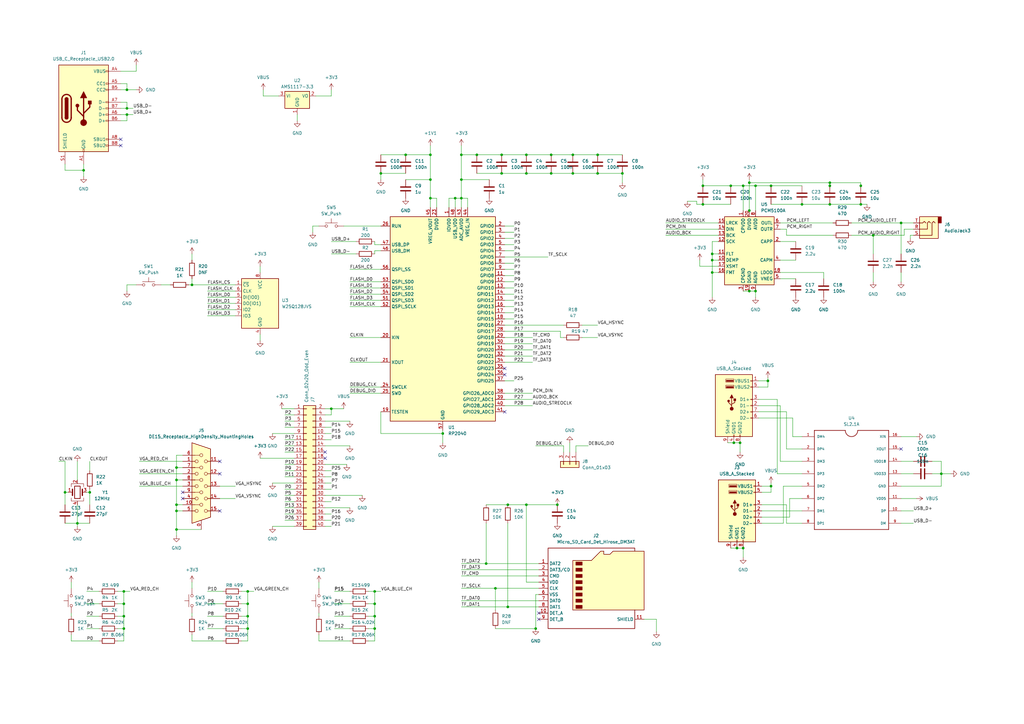
<source format=kicad_sch>
(kicad_sch (version 20230121) (generator eeschema)
  (paper "A3")
  (title_block (title "Radianite RP2040 Computer") (date "2023-09-13") (rev "1.0") (company "zeankun.dev") (comment 1 "(c) 2023 zeankun.dev"))
  (junction (at 303.53 181.61))
  (junction (at 288.29 76.2))
  (junction (at 195.58 63.5))
  (junction (at 205.74 63.5))
  (junction (at 199.39 231.14))
  (junction (at 299.72 76.2))
  (junction (at 314.96 156.21))
  (junction (at 208.28 248.92))
  (junction (at 234.95 63.5))
  (junction (at 328.93 83.82))
  (junction (at 50.8 247.65))
  (junction (at 340.36 74.93))
  (junction (at 36.83 201.93))
  (junction (at 189.23 73.66))
  (junction (at 292.1 106.68))
  (junction (at 307.34 119.38))
  (junction (at 52.07 44.45))
  (junction (at 101.6 247.65))
  (junction (at 101.6 257.81))
  (junction (at 186.69 81.28))
  (junction (at 245.11 71.12))
  (junction (at 292.1 111.76))
  (junction (at 176.53 73.66))
  (junction (at 101.6 242.57))
  (junction (at 153.67 247.65))
  (junction (at 176.53 63.5))
  (junction (at 153.67 242.57))
  (junction (at 72.39 191.77))
  (junction (at 72.39 196.85))
  (junction (at 181.61 177.8))
  (junction (at 316.23 76.2))
  (junction (at 153.67 252.73))
  (junction (at 316.23 199.39))
  (junction (at 72.39 217.17))
  (junction (at 353.06 83.82))
  (junction (at 72.39 207.01))
  (junction (at 52.07 46.99))
  (junction (at 135.89 167.64))
  (junction (at 78.74 116.84))
  (junction (at 50.8 257.81))
  (junction (at 215.9 71.12))
  (junction (at 307.34 74.93))
  (junction (at 208.28 207.01))
  (junction (at 189.23 81.28))
  (junction (at 203.2 241.3))
  (junction (at 369.57 91.44))
  (junction (at 101.6 252.73))
  (junction (at 72.39 209.55))
  (junction (at 353.06 76.2))
  (junction (at 219.71 257.81))
  (junction (at 304.8 224.79))
  (junction (at 307.34 86.36))
  (junction (at 358.14 96.52))
  (junction (at 340.36 83.82))
  (junction (at 156.21 71.12))
  (junction (at 215.9 63.5))
  (junction (at 31.75 214.63))
  (junction (at 52.07 36.83))
  (junction (at 215.9 207.01))
  (junction (at 26.67 201.93))
  (junction (at 34.29 69.85))
  (junction (at 292.1 104.14))
  (junction (at 50.8 252.73))
  (junction (at 309.88 119.38))
  (junction (at 166.37 63.5))
  (junction (at 386.08 194.31))
  (junction (at 288.29 83.82))
  (junction (at 226.06 71.12))
  (junction (at 245.11 63.5))
  (junction (at 302.26 224.79))
  (junction (at 226.06 63.5))
  (junction (at 228.6 207.01))
  (junction (at 50.8 242.57))
  (junction (at 309.88 76.2))
  (junction (at 205.74 71.12))
  (junction (at 304.8 76.2))
  (junction (at 300.99 181.61))
  (junction (at 255.27 71.12))
  (junction (at 234.95 71.12))
  (junction (at 153.67 257.81))
  (junction (at 340.36 76.2))
  (junction (at 189.23 63.5))
  (junction (at 176.53 81.28))
  (no_connect (at 49.53 59.69))
  (no_connect (at 90.17 189.23))
  (no_connect (at 220.98 254))
  (no_connect (at 220.98 251.46))
  (no_connect (at 207.01 151.13))
  (no_connect (at 49.53 57.15))
  (no_connect (at 133.35 187.96))
  (no_connect (at 207.01 168.91))
  (no_connect (at 74.93 204.47))
  (no_connect (at 90.17 194.31))
  (no_connect (at 207.01 153.67))
  (no_connect (at 133.35 185.42))
  (no_connect (at 90.17 209.55))
  (no_connect (at 369.57 184.15))
  (no_connect (at 74.93 201.93))
  (wire (pts (xy 205.74 63.5) (xy 215.9 63.5)))
  (wire (pts (xy 386.08 199.39) (xy 369.57 199.39)))
  (wire (pts (xy 57.15 189.23) (xy 74.93 189.23)))
  (wire (pts (xy 273.05 91.44) (xy 294.64 91.44)))
  (wire (pts (xy 309.88 119.38) (xy 309.88 121.92)))
  (wire (pts (xy 208.28 248.92) (xy 220.98 248.92)))
  (wire (pts (xy 48.26 252.73) (xy 50.8 252.73)))
  (wire (pts (xy 153.67 102.87) (xy 156.21 102.87)))
  (wire (pts (xy 176.53 59.69) (xy 176.53 63.5)))
  (wire (pts (xy 219.71 182.88) (xy 231.14 182.88)))
  (wire (pts (xy 349.25 91.44) (xy 369.57 91.44)))
  (wire (pts (xy 52.07 34.29) (xy 52.07 36.83)))
  (wire (pts (xy 205.74 71.12) (xy 215.9 71.12)))
  (wire (pts (xy 207.01 123.19) (xy 210.82 123.19)))
  (wire (pts (xy 304.8 76.2) (xy 309.88 76.2)))
  (wire (pts (xy 143.51 161.29) (xy 156.21 161.29)))
  (wire (pts (xy 29.21 260.35) (xy 29.21 262.89)))
  (wire (pts (xy 52.07 46.99) (xy 54.61 46.99)))
  (wire (pts (xy 318.77 194.31) (xy 328.93 194.31)))
  (wire (pts (xy 245.11 63.5) (xy 255.27 63.5)))
  (wire (pts (xy 219.71 243.84) (xy 220.98 243.84)))
  (wire (pts (xy 207.01 146.05) (xy 218.44 146.05)))
  (wire (pts (xy 314.96 158.75) (xy 311.15 158.75)))
  (wire (pts (xy 36.83 201.93) (xy 35.56 201.93)))
  (wire (pts (xy 207.01 163.83) (xy 218.44 163.83)))
  (wire (pts (xy 153.67 247.65) (xy 153.67 242.57)))
  (wire (pts (xy 207.01 92.71) (xy 210.82 92.71)))
  (wire (pts (xy 369.57 111.76) (xy 369.57 115.57)))
  (wire (pts (xy 299.72 224.79) (xy 302.26 224.79)))
  (wire (pts (xy 101.6 242.57) (xy 104.14 242.57)))
  (wire (pts (xy 191.77 85.09) (xy 191.77 81.28)))
  (wire (pts (xy 143.51 125.73) (xy 156.21 125.73)))
  (wire (pts (xy 292.1 111.76) (xy 294.64 111.76)))
  (wire (pts (xy 137.16 252.73) (xy 143.51 252.73)))
  (wire (pts (xy 373.38 97.79) (xy 373.38 96.52)))
  (wire (pts (xy 189.23 59.69) (xy 189.23 63.5)))
  (wire (pts (xy 208.28 207.01) (xy 215.9 207.01)))
  (wire (pts (xy 130.81 260.35) (xy 130.81 262.89)))
  (wire (pts (xy 133.35 208.28) (xy 143.51 208.28)))
  (wire (pts (xy 184.15 81.28) (xy 184.15 85.09)))
  (wire (pts (xy 133.35 198.12) (xy 135.89 198.12)))
  (wire (pts (xy 226.06 71.12) (xy 234.95 71.12)))
  (wire (pts (xy 238.76 138.43) (xy 245.11 138.43)))
  (wire (pts (xy 120.65 215.9) (xy 111.76 215.9)))
  (wire (pts (xy 72.39 217.17) (xy 72.39 219.71)))
  (wire (pts (xy 207.01 120.65) (xy 210.82 120.65)))
  (wire (pts (xy 140.97 92.71) (xy 156.21 92.71)))
  (wire (pts (xy 52.07 44.45) (xy 54.61 44.45)))
  (wire (pts (xy 369.57 204.47) (xy 375.92 204.47)))
  (wire (pts (xy 189.23 63.5) (xy 195.58 63.5)))
  (wire (pts (xy 101.6 262.89) (xy 101.6 257.81)))
  (wire (pts (xy 120.65 182.88) (xy 116.84 182.88)))
  (wire (pts (xy 153.67 100.33) (xy 153.67 99.06)))
  (wire (pts (xy 358.14 96.52) (xy 358.14 104.14)))
  (wire (pts (xy 236.22 182.88) (xy 236.22 185.42)))
  (wire (pts (xy 292.1 99.06) (xy 294.64 99.06)))
  (wire (pts (xy 207.01 161.29) (xy 218.44 161.29)))
  (wire (pts (xy 24.13 189.23) (xy 26.67 189.23)))
  (wire (pts (xy 288.29 73.66) (xy 288.29 76.2)))
  (wire (pts (xy 121.92 46.99) (xy 121.92 49.53)))
  (wire (pts (xy 292.1 104.14) (xy 292.1 99.06)))
  (wire (pts (xy 353.06 77.47) (xy 353.06 76.2)))
  (wire (pts (xy 245.11 71.12) (xy 255.27 71.12)))
  (wire (pts (xy 241.3 182.88) (xy 236.22 182.88)))
  (wire (pts (xy 151.13 257.81) (xy 153.67 257.81)))
  (wire (pts (xy 78.74 116.84) (xy 96.52 116.84)))
  (wire (pts (xy 135.89 39.37) (xy 129.54 39.37)))
  (wire (pts (xy 128.27 92.71) (xy 130.81 92.71)))
  (wire (pts (xy 57.15 199.39) (xy 74.93 199.39)))
  (wire (pts (xy 287.02 109.22) (xy 294.64 109.22)))
  (wire (pts (xy 179.07 85.09) (xy 179.07 81.28)))
  (wire (pts (xy 120.65 200.66) (xy 116.84 200.66)))
  (wire (pts (xy 234.95 71.12) (xy 245.11 71.12)))
  (wire (pts (xy 85.09 129.54) (xy 96.52 129.54)))
  (wire (pts (xy 36.83 200.66) (xy 36.83 201.93)))
  (wire (pts (xy 207.01 133.35) (xy 231.14 133.35)))
  (wire (pts (xy 107.95 36.83) (xy 107.95 39.37)))
  (wire (pts (xy 186.69 81.28) (xy 184.15 81.28)))
  (wire (pts (xy 307.34 119.38) (xy 309.88 119.38)))
  (wire (pts (xy 309.88 76.2) (xy 309.88 86.36)))
  (wire (pts (xy 78.74 238.76) (xy 78.74 241.3)))
  (wire (pts (xy 207.01 156.21) (xy 210.82 156.21)))
  (wire (pts (xy 120.65 185.42) (xy 116.84 185.42)))
  (wire (pts (xy 35.56 242.57) (xy 40.64 242.57)))
  (wire (pts (xy 321.31 214.63) (xy 321.31 199.39)))
  (wire (pts (xy 120.65 180.34) (xy 116.84 180.34)))
  (wire (pts (xy 311.15 171.45) (xy 325.12 171.45)))
  (wire (pts (xy 307.34 74.93) (xy 307.34 73.66)))
  (wire (pts (xy 153.67 262.89) (xy 153.67 257.81)))
  (wire (pts (xy 166.37 63.5) (xy 156.21 63.5)))
  (wire (pts (xy 320.04 114.3) (xy 326.39 114.3)))
  (wire (pts (xy 189.23 85.09) (xy 189.23 81.28)))
  (wire (pts (xy 321.31 199.39) (xy 328.93 199.39)))
  (wire (pts (xy 52.07 44.45) (xy 52.07 41.91)))
  (wire (pts (xy 143.51 138.43) (xy 156.21 138.43)))
  (wire (pts (xy 314.96 154.94) (xy 314.96 156.21)))
  (wire (pts (xy 304.8 86.36) (xy 304.8 76.2)))
  (wire (pts (xy 207.01 118.11) (xy 210.82 118.11)))
  (wire (pts (xy 120.65 193.04) (xy 116.84 193.04)))
  (wire (pts (xy 120.65 213.36) (xy 116.84 213.36)))
  (wire (pts (xy 137.16 247.65) (xy 143.51 247.65)))
  (wire (pts (xy 72.39 196.85) (xy 74.93 196.85)))
  (wire (pts (xy 120.65 195.58) (xy 116.84 195.58)))
  (wire (pts (xy 120.65 170.18) (xy 116.84 170.18)))
  (wire (pts (xy 203.2 257.81) (xy 219.71 257.81)))
  (wire (pts (xy 151.13 252.73) (xy 153.67 252.73)))
  (wire (pts (xy 386.08 194.31) (xy 386.08 199.39)))
  (wire (pts (xy 31.75 214.63) (xy 31.75 215.9)))
  (wire (pts (xy 49.53 44.45) (xy 52.07 44.45)))
  (wire (pts (xy 307.34 74.93) (xy 307.34 86.36)))
  (wire (pts (xy 133.35 213.36) (xy 135.89 213.36)))
  (wire (pts (xy 49.53 34.29) (xy 52.07 34.29)))
  (wire (pts (xy 189.23 236.22) (xy 220.98 236.22)))
  (wire (pts (xy 340.36 76.2) (xy 340.36 74.93)))
  (wire (pts (xy 130.81 251.46) (xy 130.81 252.73)))
  (wire (pts (xy 304.8 76.2) (xy 299.72 76.2)))
  (wire (pts (xy 101.6 247.65) (xy 101.6 242.57)))
  (wire (pts (xy 133.35 175.26) (xy 135.89 175.26)))
  (wire (pts (xy 304.8 224.79) (xy 304.8 228.6)))
  (wire (pts (xy 314.96 156.21) (xy 314.96 158.75)))
  (wire (pts (xy 49.53 49.53) (xy 52.07 49.53)))
  (wire (pts (xy 130.81 238.76) (xy 130.81 241.3)))
  (wire (pts (xy 207.01 115.57) (xy 210.82 115.57)))
  (wire (pts (xy 55.88 26.67) (xy 55.88 29.21)))
  (wire (pts (xy 66.04 116.84) (xy 69.85 116.84)))
  (wire (pts (xy 176.53 73.66) (xy 166.37 73.66)))
  (wire (pts (xy 341.63 96.52) (xy 322.58 96.52)))
  (wire (pts (xy 369.57 209.55) (xy 374.65 209.55)))
  (wire (pts (xy 358.14 96.52) (xy 370.84 96.52)))
  (wire (pts (xy 269.24 259.08) (xy 269.24 254)))
  (wire (pts (xy 49.53 36.83) (xy 52.07 36.83)))
  (wire (pts (xy 99.06 247.65) (xy 101.6 247.65)))
  (wire (pts (xy 353.06 76.2) (xy 353.06 74.93)))
  (wire (pts (xy 189.23 73.66) (xy 189.23 63.5)))
  (wire (pts (xy 312.42 209.55) (xy 328.93 209.55)))
  (wire (pts (xy 340.36 83.82) (xy 328.93 83.82)))
  (wire (pts (xy 307.34 87.63) (xy 307.34 86.36)))
  (wire (pts (xy 36.83 189.23) (xy 36.83 193.04)))
  (wire (pts (xy 133.35 203.2) (xy 148.59 203.2)))
  (wire (pts (xy 337.82 114.3) (xy 337.82 111.76)))
  (wire (pts (xy 233.68 181.61) (xy 233.68 185.42)))
  (wire (pts (xy 137.16 257.81) (xy 143.51 257.81)))
  (wire (pts (xy 72.39 207.01) (xy 72.39 209.55)))
  (wire (pts (xy 156.21 71.12) (xy 156.21 73.66)))
  (wire (pts (xy 31.75 207.01) (xy 31.75 214.63)))
  (wire (pts (xy 106.68 137.16) (xy 106.68 139.7)))
  (wire (pts (xy 208.28 214.63) (xy 208.28 248.92)))
  (wire (pts (xy 120.65 190.5) (xy 116.84 190.5)))
  (wire (pts (xy 299.72 76.2) (xy 288.29 76.2)))
  (wire (pts (xy 31.75 214.63) (xy 36.83 214.63)))
  (wire (pts (xy 358.14 111.76) (xy 358.14 115.57)))
  (wire (pts (xy 101.6 252.73) (xy 101.6 247.65)))
  (wire (pts (xy 50.8 247.65) (xy 50.8 242.57)))
  (wire (pts (xy 229.87 138.43) (xy 231.14 138.43)))
  (wire (pts (xy 143.51 120.65) (xy 156.21 120.65)))
  (wire (pts (xy 369.57 179.07) (xy 375.92 179.07)))
  (wire (pts (xy 220.98 238.76) (xy 215.9 238.76)))
  (wire (pts (xy 285.75 82.55) (xy 285.75 83.82)))
  (wire (pts (xy 120.65 205.74) (xy 116.84 205.74)))
  (wire (pts (xy 29.21 251.46) (xy 29.21 252.73)))
  (wire (pts (xy 133.35 205.74) (xy 135.89 205.74)))
  (wire (pts (xy 135.89 167.64) (xy 133.35 167.64)))
  (wire (pts (xy 189.23 81.28) (xy 189.23 73.66)))
  (wire (pts (xy 189.23 233.68) (xy 220.98 233.68)))
  (wire (pts (xy 156.21 168.91) (xy 156.21 177.8)))
  (wire (pts (xy 50.8 242.57) (xy 53.34 242.57)))
  (wire (pts (xy 369.57 189.23) (xy 374.65 189.23)))
  (wire (pts (xy 133.35 177.8) (xy 135.89 177.8)))
  (wire (pts (xy 120.65 175.26) (xy 116.84 175.26)))
  (wire (pts (xy 231.14 182.88) (xy 231.14 185.42)))
  (wire (pts (xy 143.51 148.59) (xy 156.21 148.59)))
  (wire (pts (xy 78.74 251.46) (xy 78.74 252.73)))
  (wire (pts (xy 322.58 207.01) (xy 322.58 214.63)))
  (wire (pts (xy 288.29 83.82) (xy 299.72 83.82)))
  (wire (pts (xy 238.76 133.35) (xy 245.11 133.35)))
  (wire (pts (xy 31.75 189.23) (xy 31.75 196.85)))
  (wire (pts (xy 74.93 186.69) (xy 72.39 186.69)))
  (wire (pts (xy 85.09 121.92) (xy 96.52 121.92)))
  (wire (pts (xy 140.97 167.64) (xy 135.89 167.64)))
  (wire (pts (xy 369.57 214.63) (xy 374.65 214.63)))
  (wire (pts (xy 120.65 177.8) (xy 111.76 177.8)))
  (wire (pts (xy 189.23 73.66) (xy 200.66 73.66)))
  (wire (pts (xy 382.27 194.31) (xy 386.08 194.31)))
  (wire (pts (xy 78.74 262.89) (xy 91.44 262.89)))
  (wire (pts (xy 99.06 257.81) (xy 101.6 257.81)))
  (wire (pts (xy 353.06 74.93) (xy 340.36 74.93)))
  (wire (pts (xy 320.04 91.44) (xy 341.63 91.44)))
  (wire (pts (xy 153.67 242.57) (xy 156.21 242.57)))
  (wire (pts (xy 207.01 130.81) (xy 210.82 130.81)))
  (wire (pts (xy 133.35 180.34) (xy 135.89 180.34)))
  (wire (pts (xy 285.75 83.82) (xy 288.29 83.82)))
  (wire (pts (xy 179.07 81.28) (xy 176.53 81.28)))
  (wire (pts (xy 107.95 39.37) (xy 114.3 39.37)))
  (wire (pts (xy 52.07 36.83) (xy 55.88 36.83)))
  (wire (pts (xy 311.15 168.91) (xy 322.58 168.91)))
  (wire (pts (xy 303.53 181.61) (xy 303.53 185.42)))
  (wire (pts (xy 151.13 262.89) (xy 153.67 262.89)))
  (wire (pts (xy 85.09 252.73) (xy 91.44 252.73)))
  (wire (pts (xy 207.01 102.87) (xy 210.82 102.87)))
  (wire (pts (xy 195.58 71.12) (xy 205.74 71.12)))
  (wire (pts (xy 153.67 104.14) (xy 153.67 102.87)))
  (wire (pts (xy 226.06 63.5) (xy 234.95 63.5)))
  (wire (pts (xy 176.53 73.66) (xy 176.53 63.5)))
  (wire (pts (xy 312.42 207.01) (xy 322.58 207.01)))
  (wire (pts (xy 26.67 201.93) (xy 27.94 201.93)))
  (wire (pts (xy 207.01 140.97) (xy 218.44 140.97)))
  (wire (pts (xy 307.34 74.93) (xy 340.36 74.93)))
  (wire (pts (xy 120.65 167.64) (xy 115.57 167.64)))
  (wire (pts (xy 337.82 111.76) (xy 320.04 111.76)))
  (wire (pts (xy 207.01 100.33) (xy 210.82 100.33)))
  (wire (pts (xy 101.6 257.81) (xy 101.6 252.73)))
  (wire (pts (xy 135.89 36.83) (xy 135.89 39.37)))
  (wire (pts (xy 35.56 257.81) (xy 40.64 257.81)))
  (wire (pts (xy 106.68 109.22) (xy 106.68 111.76)))
  (wire (pts (xy 143.51 158.75) (xy 156.21 158.75)))
  (wire (pts (xy 207.01 95.25) (xy 210.82 95.25)))
  (wire (pts (xy 207.01 148.59) (xy 218.44 148.59)))
  (wire (pts (xy 72.39 217.17) (xy 82.55 217.17)))
  (wire (pts (xy 199.39 207.01) (xy 208.28 207.01)))
  (wire (pts (xy 322.58 96.52) (xy 322.58 93.98)))
  (wire (pts (xy 369.57 91.44) (xy 369.57 104.14)))
  (wire (pts (xy 52.07 119.38) (xy 52.07 116.84)))
  (wire (pts (xy 156.21 177.8) (xy 181.61 177.8)))
  (wire (pts (xy 85.09 124.46) (xy 96.52 124.46)))
  (wire (pts (xy 120.65 187.96) (xy 106.68 187.96)))
  (wire (pts (xy 186.69 81.28) (xy 186.69 85.09)))
  (wire (pts (xy 316.23 76.2) (xy 328.93 76.2)))
  (wire (pts (xy 72.39 209.55) (xy 72.39 217.17)))
  (wire (pts (xy 137.16 242.57) (xy 143.51 242.57)))
  (wire (pts (xy 203.2 241.3) (xy 203.2 250.19)))
  (wire (pts (xy 133.35 193.04) (xy 135.89 193.04)))
  (wire (pts (xy 133.35 170.18) (xy 135.89 170.18)))
  (wire (pts (xy 151.13 247.65) (xy 153.67 247.65)))
  (wire (pts (xy 320.04 106.68) (xy 326.39 106.68)))
  (wire (pts (xy 143.51 110.49) (xy 156.21 110.49)))
  (wire (pts (xy 353.06 83.82) (xy 340.36 83.82)))
  (wire (pts (xy 26.67 189.23) (xy 26.67 201.93)))
  (wire (pts (xy 207.01 110.49) (xy 210.82 110.49)))
  (wire (pts (xy 35.56 247.65) (xy 40.64 247.65)))
  (wire (pts (xy 382.27 189.23) (xy 386.08 189.23)))
  (wire (pts (xy 207.01 105.41) (xy 224.79 105.41)))
  (wire (pts (xy 143.51 118.11) (xy 156.21 118.11)))
  (wire (pts (xy 318.77 163.83) (xy 318.77 194.31)))
  (wire (pts (xy 85.09 119.38) (xy 96.52 119.38)))
  (wire (pts (xy 135.89 170.18) (xy 135.89 167.64)))
  (wire (pts (xy 55.88 29.21) (xy 49.53 29.21)))
  (wire (pts (xy 312.42 212.09) (xy 323.85 212.09)))
  (wire (pts (xy 316.23 199.39) (xy 316.23 201.93)))
  (wire (pts (xy 207.01 138.43) (xy 218.44 138.43)))
  (wire (pts (xy 78.74 114.3) (xy 78.74 116.84)))
  (wire (pts (xy 90.17 199.39) (xy 96.52 199.39)))
  (wire (pts (xy 309.88 76.2) (xy 316.23 76.2)))
  (wire (pts (xy 50.8 252.73) (xy 50.8 247.65)))
  (wire (pts (xy 48.26 257.81) (xy 50.8 257.81)))
  (wire (pts (xy 311.15 163.83) (xy 318.77 163.83)))
  (wire (pts (xy 36.83 201.93) (xy 36.83 207.01)))
  (wire (pts (xy 386.08 189.23) (xy 386.08 194.31)))
  (wire (pts (xy 85.09 257.81) (xy 91.44 257.81)))
  (wire (pts (xy 52.07 41.91) (xy 49.53 41.91)))
  (wire (pts (xy 135.89 99.06) (xy 146.05 99.06)))
  (wire (pts (xy 287.02 106.68) (xy 287.02 109.22)))
  (wire (pts (xy 292.1 106.68) (xy 294.64 106.68)))
  (wire (pts (xy 48.26 242.57) (xy 50.8 242.57)))
  (wire (pts (xy 120.65 210.82) (xy 116.84 210.82)))
  (wire (pts (xy 207.01 125.73) (xy 210.82 125.73)))
  (wire (pts (xy 99.06 252.73) (xy 101.6 252.73)))
  (wire (pts (xy 322.58 184.15) (xy 328.93 184.15)))
  (wire (pts (xy 292.1 121.92) (xy 292.1 111.76)))
  (wire (pts (xy 328.93 83.82) (xy 316.23 83.82)))
  (wire (pts (xy 215.9 238.76) (xy 215.9 207.01)))
  (wire (pts (xy 153.67 257.81) (xy 153.67 252.73)))
  (wire (pts (xy 203.2 241.3) (xy 220.98 241.3)))
  (wire (pts (xy 199.39 231.14) (xy 220.98 231.14)))
  (wire (pts (xy 207.01 97.79) (xy 210.82 97.79)))
  (wire (pts (xy 234.95 63.5) (xy 245.11 63.5)))
  (wire (pts (xy 72.39 209.55) (xy 74.93 209.55)))
  (wire (pts (xy 176.53 63.5) (xy 166.37 63.5)))
  (wire (pts (xy 207.01 128.27) (xy 210.82 128.27)))
  (wire (pts (xy 207.01 135.89) (xy 229.87 135.89)))
  (wire (pts (xy 52.07 116.84) (xy 55.88 116.84)))
  (wire (pts (xy 207.01 143.51) (xy 218.44 143.51)))
  (wire (pts (xy 189.23 231.14) (xy 199.39 231.14)))
  (wire (pts (xy 143.51 115.57) (xy 156.21 115.57)))
  (wire (pts (xy 99.06 262.89) (xy 101.6 262.89)))
  (wire (pts (xy 189.23 241.3) (xy 203.2 241.3)))
  (wire (pts (xy 153.67 252.73) (xy 153.67 247.65)))
  (wire (pts (xy 72.39 196.85) (xy 72.39 207.01)))
  (wire (pts (xy 312.42 199.39) (xy 316.23 199.39)))
  (wire (pts (xy 133.35 200.66) (xy 135.89 200.66)))
  (wire (pts (xy 273.05 96.52) (xy 294.64 96.52)))
  (wire (pts (xy 292.1 111.76) (xy 292.1 106.68)))
  (wire (pts (xy 215.9 71.12) (xy 226.06 71.12)))
  (wire (pts (xy 29.21 238.76) (xy 29.21 241.3)))
  (wire (pts (xy 386.08 194.31) (xy 389.89 194.31)))
  (wire (pts (xy 143.51 123.19) (xy 156.21 123.19)))
  (wire (pts (xy 191.77 81.28) (xy 189.23 81.28)))
  (wire (pts (xy 195.58 63.5) (xy 205.74 63.5)))
  (wire (pts (xy 273.05 93.98) (xy 294.64 93.98)))
  (wire (pts (xy 215.9 207.01) (xy 228.6 207.01)))
  (wire (pts (xy 229.87 135.89) (xy 229.87 138.43)))
  (wire (pts (xy 292.1 104.14) (xy 294.64 104.14)))
  (wire (pts (xy 207.01 113.03) (xy 210.82 113.03)))
  (wire (pts (xy 29.21 262.89) (xy 40.64 262.89)))
  (wire (pts (xy 48.26 262.89) (xy 50.8 262.89)))
  (wire (pts (xy 312.42 214.63) (xy 321.31 214.63)))
  (wire (pts (xy 320.04 189.23) (xy 328.93 189.23)))
  (wire (pts (xy 35.56 252.73) (xy 40.64 252.73)))
  (wire (pts (xy 189.23 81.28) (xy 186.69 81.28)))
  (wire (pts (xy 72.39 186.69) (xy 72.39 191.77)))
  (wire (pts (xy 181.61 177.8) (xy 181.61 181.61)))
  (wire (pts (xy 322.58 168.91) (xy 322.58 184.15)))
  (wire (pts (xy 85.09 247.65) (xy 91.44 247.65)))
  (wire (pts (xy 48.26 247.65) (xy 50.8 247.65)))
  (wire (pts (xy 34.29 67.31) (xy 34.29 69.85)))
  (wire (pts (xy 369.57 91.44) (xy 374.65 91.44)))
  (wire (pts (xy 135.89 104.14) (xy 146.05 104.14)))
  (wire (pts (xy 323.85 212.09) (xy 323.85 204.47)))
  (wire (pts (xy 199.39 214.63) (xy 199.39 231.14)))
  (wire (pts (xy 133.35 210.82) (xy 135.89 210.82)))
  (wire (pts (xy 72.39 207.01) (xy 74.93 207.01)))
  (wire (pts (xy 215.9 63.5) (xy 226.06 63.5)))
  (wire (pts (xy 302.26 224.79) (xy 304.8 224.79)))
  (wire (pts (xy 99.06 242.57) (xy 101.6 242.57)))
  (wire (pts (xy 340.36 77.47) (xy 340.36 76.2)))
  (wire (pts (xy 370.84 96.52) (xy 370.84 93.98)))
  (wire (pts (xy 85.09 242.57) (xy 91.44 242.57)))
  (wire (pts (xy 316.23 198.12) (xy 316.23 199.39)))
  (wire (pts (xy 133.35 190.5) (xy 142.24 190.5)))
  (wire (pts (xy 78.74 260.35) (xy 78.74 262.89)))
  (wire (pts (xy 26.67 69.85) (xy 34.29 69.85)))
  (wire (pts (xy 255.27 71.12) (xy 255.27 74.93)))
  (wire (pts (xy 50.8 262.89) (xy 50.8 257.81)))
  (wire (pts (xy 370.84 93.98) (xy 374.65 93.98)))
  (wire (pts (xy 207.01 107.95) (xy 210.82 107.95)))
  (wire (pts (xy 181.61 176.53) (xy 181.61 177.8)))
  (wire (pts (xy 52.07 49.53) (xy 52.07 46.99)))
  (wire (pts (xy 26.67 201.93) (xy 26.67 207.01)))
  (wire (pts (xy 189.23 248.92) (xy 208.28 248.92)))
  (wire (pts (xy 316.23 201.93) (xy 312.42 201.93)))
  (wire (pts (xy 90.17 204.47) (xy 96.52 204.47)))
  (wire (pts (xy 26.67 67.31) (xy 26.67 69.85)))
  (wire (pts (xy 130.81 262.89) (xy 143.51 262.89)))
  (wire (pts (xy 373.38 96.52) (xy 374.65 96.52)))
  (wire (pts (xy 78.74 104.14) (xy 78.74 106.68)))
  (wire (pts (xy 120.65 203.2) (xy 116.84 203.2)))
  (wire (pts (xy 156.21 100.33) (xy 153.67 100.33)))
  (wire (pts (xy 49.53 46.99) (xy 52.07 46.99)))
  (wire (pts (xy 320.04 99.06) (xy 326.39 99.06)))
  (wire (pts (xy 219.71 257.81) (xy 219.71 243.84)))
  (wire (pts (xy 355.6 83.82) (xy 353.06 83.82)))
  (wire (pts (xy 156.21 71.12) (xy 166.37 71.12)))
  (wire (pts (xy 133.35 195.58) (xy 135.89 195.58)))
  (wire (pts (xy 72.39 191.77) (xy 74.93 191.77)))
  (wire (pts (xy 349.25 96.52) (xy 358.14 96.52)))
  (wire (pts (xy 369.57 194.31) (xy 374.65 194.31)))
  (wire (pts (xy 120.65 208.28) (xy 116.84 208.28)))
  (wire (pts (xy 207.01 166.37) (xy 218.44 166.37)))
  (wire (pts (xy 269.24 254) (xy 264.16 254)))
  (wire (pts (xy 133.35 215.9) (xy 135.89 215.9)))
  (wire (pts (xy 292.1 106.68) (xy 292.1 104.14)))
  (wire (pts (xy 304.8 119.38) (xy 307.34 119.38)))
  (wire (pts (xy 85.09 127) (xy 96.52 127)))
  (wire (pts (xy 298.45 181.61) (xy 300.99 181.61)))
  (wire (pts (xy 176.53 81.28) (xy 176.53 73.66)))
  (wire (pts (xy 189.23 246.38) (xy 220.98 246.38)))
  (wire (pts (xy 176.53 85.09) (xy 176.53 81.28)))
  (wire (pts (xy 323.85 204.47) (xy 328.93 204.47)))
  (wire (pts (xy 50.8 257.81) (xy 50.8 252.73)))
  (wire (pts (xy 325.12 179.07) (xy 328.93 179.07)))
  (wire (pts (xy 300.99 181.61) (xy 303.53 181.61)))
  (wire (pts (xy 133.35 182.88) (xy 143.51 182.88)))
  (wire (pts (xy 128.27 95.25) (xy 128.27 92.71)))
  (wire (pts (xy 34.29 69.85) (xy 34.29 72.39)))
  (wire (pts (xy 143.51 172.72) (xy 133.35 172.72)))
  (wire (pts (xy 120.65 198.12) (xy 111.76 198.12)))
  (wire (pts (xy 322.58 214.63) (xy 328.93 214.63)))
  (wire (pts (xy 26.67 214.63) (xy 31.75 214.63)))
  (wire (pts (xy 120.65 172.72) (xy 116.84 172.72)))
  (wire (pts (xy 311.15 156.21) (xy 314.96 156.21)))
  (wire (pts (xy 281.94 82.55) (xy 285.75 82.55)))
  (wire (pts (xy 320.04 93.98) (xy 322.58 93.98)))
  (wire (pts (xy 72.39 191.77) (xy 72.39 196.85)))
  (wire (pts (xy 325.12 171.45) (xy 325.12 179.07)))
  (wire (pts (xy 57.15 194.31) (xy 74.93 194.31)))
  (wire (pts (xy 151.13 242.57) (xy 153.67 242.57)))
  (wire (pts (xy 77.47 116.84) (xy 78.74 116.84)))
  (wire (pts (xy 311.15 166.37) (xy 320.04 166.37)))
  (wire (pts (xy 320.04 166.37) (xy 320.04 189.23)))
  (label "CLKIN" (at 24.13 189.23 0))
  (label "CLKOUT" (at 143.51 148.59 0))
  (label "P3" (at 116.84 172.72 0))
  (label "P25" (at 135.89 193.04 0))
  (label "P0" (at 116.84 200.66 0))
  (label "P21" (at 135.89 215.9 0))
  (label "P15" (at 135.89 177.8 0))
  (label "P13" (at 137.16 252.73 0))
  (label "P11" (at 137.16 262.89 0))
  (label "PCM_AUDIO_RIGHT" (at 351.79 96.52 0))
  (label "VGA_RED_CH" (at 53.34 242.57 0))
  (label "P18" (at 135.89 180.34 0))
  (label "P8" (at 210.82 113.03 0))
  (label "P10" (at 85.09 242.57 0))
  (label "P17" (at 116.84 180.34 0))
  (label "AUDIO_STREOCLK" (at 273.05 91.44 0))
  (label "P5" (at 210.82 105.41 0))
  (label "TF_DAT2" (at 189.23 231.14 0))
  (label "FLASH_D2" (at 143.51 120.65 0))
  (label "CLKIN" (at 143.51 138.43 0))
  (label "P15" (at 137.16 242.57 0))
  (label "VGA_GREEN_CH" (at 57.15 194.31 0))
  (label "TF_CMD" (at 218.44 138.43 0))
  (label "P1" (at 35.56 257.81 0))
  (label "P12" (at 210.82 123.19 0))
  (label "P2" (at 116.84 170.18 0))
  (label "AUDIO_STREOCLK" (at 218.44 166.37 0))
  (label "FLASH_D3" (at 143.51 123.19 0))
  (label "P7" (at 210.82 110.49 0))
  (label "DEBUG_DIO" (at 241.3 182.88 0))
  (label "P4" (at 35.56 242.57 0))
  (label "USB_D+" (at 135.89 99.06 0))
  (label "P27" (at 116.84 182.88 0))
  (label "CLKOUT" (at 36.83 189.23 0))
  (label "DEBUG_DIO" (at 143.51 161.29 0))
  (label "P15" (at 210.82 130.81 0))
  (label "P6" (at 116.84 205.74 0))
  (label "VGA_VSYNC" (at 96.52 204.47 0))
  (label "VGA_RED_CH" (at 57.15 189.23 0))
  (label "P19" (at 210.82 140.97 0))
  (label "P25" (at 210.82 156.21 0))
  (label "P2" (at 210.82 97.79 0))
  (label "VGA_VSYNC" (at 245.11 138.43 0))
  (label "P27" (at 210.82 163.83 0))
  (label "DEBUG_CLK" (at 143.51 158.75 0))
  (label "P0" (at 210.82 92.71 0))
  (label "USB_D-" (at 135.89 104.14 0))
  (label "TF_DAT0" (at 218.44 140.97 0))
  (label "P20" (at 135.89 213.36 0))
  (label "USB_D+" (at 374.65 209.55 0))
  (label "P14" (at 135.89 175.26 0))
  (label "VGA_HSYNC" (at 245.11 133.35 0))
  (label "P17" (at 210.82 135.89 0))
  (label "PCM_AUDIO_LEFT" (at 351.79 91.44 0))
  (label "PCM_DIN" (at 273.05 93.98 0))
  (label "P3" (at 210.82 100.33 0))
  (label "VGA_BLUE_CH" (at 156.21 242.57 0))
  (label "PCM_DIN" (at 218.44 161.29 0))
  (label "USB_D-" (at 54.61 44.45 0))
  (label "P12" (at 137.16 257.81 0))
  (label "P12" (at 135.89 205.74 0))
  (label "P11" (at 210.82 120.65 0))
  (label "FLASH_D0" (at 85.09 121.92 0))
  (label "P22" (at 210.82 148.59 0))
  (label "P6" (at 85.09 262.89 0))
  (label "TF_DAT1" (at 218.44 143.51 0))
  (label "TF_SCLK" (at 189.23 241.3 0))
  (label "FLASH_D2" (at 85.09 127 0))
  (label "P19" (at 116.84 210.82 0))
  (label "P4" (at 210.82 102.87 0))
  (label "P2" (at 35.56 252.73 0))
  (label "FLASH_D3" (at 85.09 129.54 0))
  (label "P14" (at 137.16 247.65 0))
  (label "P10" (at 210.82 118.11 0))
  (label "P26" (at 210.82 161.29 0))
  (label "FLASH_D1" (at 85.09 124.46 0))
  (label "TF_DAT3" (at 218.44 148.59 0))
  (label "P18" (at 210.82 138.43 0))
  (label "P3" (at 35.56 247.65 0))
  (label "FLASH_D0" (at 143.51 115.57 0))
  (label "TF_DAT3" (at 189.23 233.68 0))
  (label "USB_D+" (at 54.61 46.99 0))
  (label "FLASH_CS" (at 143.51 110.49 0))
  (label "P28" (at 210.82 166.37 0))
  (label "P10" (at 116.84 190.5 0))
  (label "P13" (at 210.82 125.73 0))
  (label "P21" (at 210.82 146.05 0))
  (label "P9" (at 210.82 115.57 0))
  (label "P26" (at 116.84 213.36 0))
  (label "FLASH_CLK" (at 85.09 119.38 0))
  (label "TF_DAT2" (at 218.44 146.05 0))
  (label "P7" (at 85.09 257.81 0))
  (label "P16" (at 210.82 133.35 0))
  (label "PCM_LEFT" (at 322.58 91.44 0))
  (label "P13" (at 116.84 208.28 0))
  (label "P7" (at 135.89 198.12 0))
  (label "TF_SCLK" (at 224.79 105.41 0))
  (label "USB_D-" (at 374.65 214.63 0))
  (label "P22" (at 116.84 185.42 0))
  (label "P6" (at 210.82 107.95 0))
  (label "P1" (at 135.89 200.66 0))
  (label "P0" (at 35.56 262.89 0))
  (label "P16" (at 135.89 210.82 0))
  (label "P20" (at 210.82 143.51 0))
  (label "P8" (at 85.09 252.73 0))
  (label "P9" (at 85.09 247.65 0))
  (label "TF_DAT1" (at 189.23 248.92 0))
  (label "AUDIO_BCK" (at 273.05 96.52 0))
  (label "AUDIO_BCK" (at 218.44 163.83 0))
  (label "P15" (at 137.16 242.57 0))
  (label "P11" (at 116.84 195.58 0))
  (label "P9" (at 116.84 193.04 0))
  (label "TF_CMD" (at 189.23 236.22 0))
  (label "DEBUG_CLK" (at 219.71 182.88 0))
  (label "P8" (at 135.89 195.58 0))
  (label "P1" (at 210.82 95.25 0))
  (label "VGA_HSYNC" (at 96.52 199.39 0))
  (label "FLASH_D1" (at 143.51 118.11 0))
  (label "FLASH_CS" (at 85.09 116.84 0))
  (label "VGA_BLUE_CH" (at 57.15 199.39 0))
  (label "VGA_GREEN_CH" (at 104.14 242.57 0))
  (label "P5" (at 116.84 203.2 0))
  (label "P14" (at 210.82 128.27 0))
  (label "FLASH_CLK" (at 143.51 125.73 0))
  (label "PCM_RIGHT" (at 322.58 93.98 0))
  (label "TF_DAT0" (at 189.23 246.38 0))
  (label "P4" (at 116.84 175.26 0))
  (symbol (lib_id "Device:C") (at 245.11 67.31 0) (unit 1)
    (property "Reference" "C7" (at 248.92 66.04 0) (effects (justify left)))
    (property "Value" "100n" (at 248.92 68.58 0) (effects (justify left)))
    (property "Footprint" "Capacitor_SMD:C_0201_0603Metric" (effects hide))
  )
  (symbol (lib_id "Switch:SW_Push") (at 130.81 246.38 90) (unit 1)
    (property "Reference" "SW4" (at 132.08 245.11 90) (effects (justify right)))
    (property "Value" "SW_Push" (at 132.08 247.65 90) (effects (justify right)))
    (property "Footprint" "Button_Switch_SMD:SW_Push_1P1T_NO_Vertical_Wuerth_434133025816" (effects hide))
  )
  (symbol (lib_id "power:GND") (at 31.75 215.9 0) (unit 1)
    (property "Reference" "#PWR018" (effects hide))
    (property "Value" "GND" (at 31.75 220.98 0))
  )
  (symbol (lib_id "Connector:USB_C_Receptacle_USB2.0") (at 34.29 44.45 0) (unit 1)
    (property "Reference" "J1" (at 34.29 21.59 0))
    (property "Value" "USB_C_Receptacle_USB2.0" (at 34.29 24.13 0))
    (property "Footprint" "Connector_USB:USB_C_Receptacle_GCT_USB4105-xx-A_16P_TopMnt_Horizontal" (effects hide))
    (property "Datasheet" "https://www.usb.org/sites/default/files/documents/usb_type-c.zip" (effects hide))
  )
  (symbol (lib_id "power:GND") (at 143.51 208.28 0) (unit 1)
    (property "Reference" "#PWR052" (effects hide))
    (property "Value" "GND" (at 143.51 213.36 0))
  )
  (symbol (lib_id "Device:R") (at 199.39 210.82 0) (unit 1)
    (property "Reference" "R27" (at 201.93 209.55 0) (effects (justify left)))
    (property "Value" "10K" (at 201.93 212.09 0) (effects (justify left)))
    (property "Footprint" "Resistor_SMD:R_0201_0603Metric" (effects hide))
  )
  (symbol (lib_id "Switch:SW_Push") (at 78.74 246.38 90) (unit 1)
    (property "Reference" "SW3" (at 80.01 245.11 90) (effects (justify right)))
    (property "Value" "SW_Push" (at 80.01 247.65 90) (effects (justify right)))
    (property "Footprint" "Button_Switch_SMD:SW_Push_1P1T_NO_Vertical_Wuerth_434133025816" (effects hide))
  )
  (symbol (lib_id "Device:R") (at 95.25 252.73 90) (unit 1)
    (property "Reference" "R10" (at 93.98 250.19 90))
    (property "Value" "2K" (at 97.79 250.19 90))
    (property "Footprint" "Resistor_SMD:R_0201_0603Metric" (effects hide))
  )
  (symbol (lib_id "Device:C") (at 36.83 210.82 0) (unit 1)
    (property "Reference" "C12" (at 39.37 208.28 0) (effects (justify left)))
    (property "Value" "27pF" (at 39.37 210.82 0) (effects (justify left)))
    (property "Footprint" "Capacitor_SMD:C_0201_0603Metric" (effects hide))
  )
  (symbol (lib_id "SL2.1A:SL2.1A") (at 349.25 196.85 0) (unit 1)
    (property "Reference" "U4" (at 349.25 171.45 0))
    (property "Value" "SL2.1A" (at 349.25 173.99 0))
    (property "Footprint" "libs:SO16" (effects hide))
    (property "MF" "CoreChips ShenZhen CO.,Ltd" (effects hide))
    (property "Description" "\nUSB 2.0 HIGH SPEED 4-PORT HUB CONTROLLER\n" (effects hide))
    (property "Package" "Package" (effects hide))
    (property "Price" "None" (effects hide))
    (property "SnapEDA_Link" "https://www.snapeda.com/parts/SL2.1A/CoreChips+ShenZhen+CO.%252CLtd/view-part/?ref=snap" (effects hide))
    (property "MP" "SL2.1A" (effects hide))
    (property "Availability" "Not in stock" (effects hide))
    (property "Check_prices" "https://www.snapeda.com/parts/SL2.1A/CoreChips+ShenZhen+CO.%252CLtd/view-part/?ref=eda" (effects hide))
  )
  (symbol (lib_id "Device:Crystal_GND24") (at 31.75 201.93 0) (unit 1)
    (property "Reference" "Y1" (at 43.18 201.93 0))
    (property "Value" "12MHz" (at 41.91 204.47 0))
    (property "Footprint" "Crystal:Crystal_SMD_7050-4Pin_7.0x5.0mm" (effects hide))
  )
  (symbol (lib_id "Device:C") (at 340.36 80.01 0) (unit 1)
    (property "Reference" "C24" (at 344.17 78.74 0) (effects (justify left)))
    (property "Value" "100n" (at 344.17 81.28 0) (effects (justify left)))
    (property "Footprint" "Capacitor_SMD:C_0201_0603Metric" (effects hide))
  )
  (symbol (lib_id "power:GND") (at 355.6 83.82 0) (unit 1)
    (property "Reference" "#PWR039" (effects hide))
    (property "Value" "GND" (at 355.6 88.9 0))
  )
  (symbol (lib_id "Device:R") (at 95.25 262.89 90) (unit 1)
    (property "Reference" "R12" (at 93.98 260.35 90))
    (property "Value" "8.06K" (at 99.06 260.35 90))
    (property "Footprint" "Resistor_SMD:R_0201_0603Metric" (effects hide))
  )
  (symbol (lib_id "Device:R") (at 147.32 257.81 90) (unit 1)
    (property "Reference" "R16" (at 146.05 255.27 90))
    (property "Value" "4.02K" (at 151.13 255.27 90))
    (property "Footprint" "Resistor_SMD:R_0201_0603Metric" (effects hide))
  )
  (symbol (lib_id "Device:C") (at 326.39 102.87 0) (unit 1)
    (property "Reference" "C19" (at 330.2 101.6 0) (effects (justify left)))
    (property "Value" "2.2u" (at 330.2 104.14 0) (effects (justify left)))
    (property "Footprint" "Capacitor_SMD:C_0201_0603Metric" (effects hide))
  )
  (symbol (lib_id "power:GND") (at 106.68 139.7 0) (unit 1)
    (property "Reference" "#PWR015" (effects hide))
    (property "Value" "GND" (at 106.68 144.78 0))
  )
  (symbol (lib_id "Device:R") (at 95.25 247.65 90) (unit 1)
    (property "Reference" "R9" (at 93.98 245.11 90))
    (property "Value" "1K" (at 97.79 245.11 90))
    (property "Footprint" "Resistor_SMD:R_0201_0603Metric" (effects hide))
  )
  (symbol (lib_id "Device:C") (at 215.9 67.31 0) (unit 1)
    (property "Reference" "C4" (at 219.71 66.04 0) (effects (justify left)))
    (property "Value" "100n" (at 219.71 68.58 0) (effects (justify left)))
    (property "Footprint" "Capacitor_SMD:C_0201_0603Metric" (effects hide))
  )
  (symbol (lib_id "Device:C") (at 156.21 67.31 0) (unit 1)
    (property "Reference" "C10" (at 160.02 66.04 0) (effects (justify left)))
    (property "Value" "100n" (at 160.02 68.58 0) (effects (justify left)))
    (property "Footprint" "Capacitor_SMD:C_0201_0603Metric" (effects hide))
  )
  (symbol (lib_id "power:+3V3") (at 135.89 36.83 0) (unit 1)
    (property "Reference" "#PWR011" (effects hide))
    (property "Value" "+3V3" (at 135.89 31.75 0))
  )
  (symbol (lib_id "Device:C") (at 316.23 80.01 0) (unit 1)
    (property "Reference" "C22" (at 320.04 78.74 0) (effects (justify left)))
    (property "Value" "100n" (at 320.04 81.28 0) (effects (justify left)))
    (property "Footprint" "Capacitor_SMD:C_0201_0603Metric" (effects hide))
  )
  (symbol (lib_id "Device:R") (at 147.32 242.57 90) (unit 1)
    (property "Reference" "R13" (at 146.05 240.03 90))
    (property "Value" "499" (at 149.86 240.03 90))
    (property "Footprint" "Resistor_SMD:R_0201_0603Metric" (effects hide))
  )
  (symbol (lib_id "Device:C") (at 299.72 80.01 0) (unit 1)
    (property "Reference" "C20" (at 303.53 78.74 0) (effects (justify left)))
    (property "Value" "100n" (at 303.53 81.28 0) (effects (justify left)))
    (property "Footprint" "Capacitor_SMD:C_0201_0603Metric" (effects hide))
  )
  (symbol (lib_id "Device:C") (at 378.46 189.23 90) (unit 1)
    (property "Reference" "C15" (at 378.46 181.61 90))
    (property "Value" "100n" (at 378.46 184.15 90))
    (property "Footprint" "Capacitor_SMD:C_0201_0603Metric" (effects hide))
  )
  (symbol (lib_id "power:GND") (at 326.39 121.92 0) (unit 1)
    (property "Reference" "#PWR037" (effects hide))
    (property "Value" "GND" (at 326.39 127 0))
  )
  (symbol (lib_id "power:VBUS") (at 107.95 36.83 0) (unit 1)
    (property "Reference" "#PWR010" (effects hide))
    (property "Value" "VBUS" (at 107.95 31.75 0))
  )
  (symbol (lib_id "Connector_Audio:AudioJack3") (at 379.73 93.98 180) (unit 1)
    (property "Reference" "J6" (at 387.35 92.075 0) (effects (justify right)))
    (property "Value" "AudioJack3" (at 387.35 94.615 0) (effects (justify right)))
    (property "Footprint" "Connector_Audio:Jack_3.5mm_CUI_SJ-3523-SMT_Horizontal" (effects hide))
  )
  (symbol (lib_id "Device:R") (at 147.32 247.65 90) (unit 1)
    (property "Reference" "R14" (at 146.05 245.11 90))
    (property "Value" "1K" (at 149.86 245.11 90))
    (property "Footprint" "Resistor_SMD:R_0201_0603Metric" (effects hide))
  )
  (symbol (lib_id "Device:C") (at 353.06 80.01 0) (unit 1)
    (property "Reference" "C25" (at 356.87 78.74 0) (effects (justify left)))
    (property "Value" "10u" (at 356.87 81.28 0) (effects (justify left)))
    (property "Footprint" "Capacitor_SMD:C_0201_0603Metric" (effects hide))
  )
  (symbol (lib_id "Device:R") (at 345.44 91.44 90) (unit 1)
    (property "Reference" "R29" (at 345.44 85.09 90))
    (property "Value" "470" (at 345.44 87.63 90))
    (property "Footprint" "Resistor_SMD:R_0201_0603Metric" (effects hide))
  )
  (symbol (lib_id "power:GND") (at 309.88 121.92 0) (unit 1)
    (property "Reference" "#PWR036" (effects hide))
    (property "Value" "GND" (at 309.88 127 0))
  )
  (symbol (lib_id "power:VBUS") (at 314.96 154.94 0) (unit 1)
    (property "Reference" "#PWR033" (effects hide))
    (property "Value" "VBUS" (at 314.96 149.86 0))
  )
  (symbol (lib_id "power:+3V3") (at 130.81 238.76 0) (unit 1)
    (property "Reference" "#PWR022" (effects hide))
    (property "Value" "+3V3" (at 130.81 233.68 0))
  )
  (symbol (lib_id "Device:R") (at 203.2 254 0) (unit 1)
    (property "Reference" "R28" (at 205.74 252.73 0) (effects (justify left)))
    (property "Value" "DNF" (at 205.74 255.27 0) (effects (justify left)))
    (property "Footprint" "Resistor_SMD:R_0201_0603Metric" (effects hide))
  )
  (symbol (lib_id "Connector:Micro_SD_Card_Det_Hirose_DM3AT") (at 243.84 241.3 0) (unit 1)
    (property "Reference" "J2" (at 244.475 219.71 0))
    (property "Value" "Micro_SD_Card_Det_Hirose_DM3AT" (at 244.475 222.25 0))
    (property "Footprint" "Connector_Card:microSD_HC_Molex_104031-0811" (effects hide))
    (property "Datasheet" "https://www.hirose.com/product/en/download_file/key_name/DM3/category/Catalog/doc_file_id/49662/?file_category_id=4&item_id=195&is_series=1" (effects hide))
  )
  (symbol (lib_id "Device:C") (at 195.58 67.31 0) (unit 1)
    (property "Reference" "C2" (at 199.39 66.04 0) (effects (justify left)))
    (property "Value" "100n" (at 199.39 68.58 0) (effects (justify left)))
    (property "Footprint" "Capacitor_SMD:C_0201_0603Metric" (effects hide))
  )
  (symbol (lib_id "power:VBUS") (at 140.97 167.64 0) (unit 1)
    (property "Reference" "#PWR047" (effects hide))
    (property "Value" "VBUS" (at 140.97 162.56 0))
  )
  (symbol (lib_id "Connector_Generic:Conn_02x20_Odd_Even") (at 125.73 190.5 0) (unit 1)
    (property "Reference" "J7" (at 128.27 165.1 90) (effects (justify left)))
    (property "Value" "Conn_02x20_Odd_Even" (at 125.73 165.1 90) (effects (justify left)))
    (property "Footprint" "Connector_PinHeader_2.54mm:PinHeader_2x20_P2.54mm_Vertical" (effects hide))
  )
  (symbol (lib_id "Device:C") (at 328.93 80.01 0) (unit 1)
    (property "Reference" "C23" (at 332.74 78.74 0) (effects (justify left)))
    (property "Value" "10u" (at 332.74 81.28 0) (effects (justify left)))
    (property "Footprint" "Capacitor_SMD:C_0201_0603Metric" (effects hide))
  )
  (symbol (lib_id "Connector:USB_A_Stacked") (at 300.99 166.37 0) (unit 1)
    (property "Reference" "J4" (at 300.99 148.59 0))
    (property "Value" "USB_A_Stacked" (at 300.99 151.13 0))
    (property "Footprint" "Connector_USB:USB_A_CUI_UJ2-ADH-TH_Horizontal_Stacked" (effects hide))
    (property "Datasheet" " ~" (effects hide))
  )
  (symbol (lib_id "Device:R") (at 95.25 242.57 90) (unit 1)
    (property "Reference" "R8" (at 93.98 240.03 90))
    (property "Value" "499" (at 97.79 240.03 90))
    (property "Footprint" "Resistor_SMD:R_0201_0603Metric" (effects hide))
  )
  (symbol (lib_id "power:GND") (at 166.37 81.28 0) (unit 1)
    (property "Reference" "#PWR07" (effects hide))
    (property "Value" "GND" (at 166.37 86.36 0))
  )
  (symbol (lib_id "power:GND") (at 121.92 49.53 0) (unit 1)
    (property "Reference" "#PWR012" (effects hide))
    (property "Value" "GND" (at 121.92 54.61 0))
  )
  (symbol (lib_id "power:GND") (at 111.76 177.8 0) (unit 1)
    (property "Reference" "#PWR049" (effects hide))
    (property "Value" "GND" (at 111.76 182.88 0))
  )
  (symbol (lib_id "Device:C") (at 337.82 118.11 0) (unit 1)
    (property "Reference" "C18" (at 341.63 116.84 0) (effects (justify left)))
    (property "Value" "100n" (at 341.63 119.38 0) (effects (justify left)))
    (property "Footprint" "Capacitor_SMD:C_0201_0603Metric" (effects hide))
  )
  (symbol (lib_id "power:GND") (at 181.61 181.61 0) (unit 1)
    (property "Reference" "#PWR013" (effects hide))
    (property "Value" "GND" (at 181.61 186.69 0))
  )
  (symbol (lib_id "Device:R") (at 29.21 256.54 0) (unit 1)
    (property "Reference" "R23" (at 31.75 255.27 0) (effects (justify left)))
    (property "Value" "1K" (at 31.75 257.81 0) (effects (justify left)))
    (property "Footprint" "Resistor_SMD:R_0201_0603Metric" (effects hide))
  )
  (symbol (lib_id "Device:R") (at 95.25 257.81 90) (unit 1)
    (property "Reference" "R11" (at 93.98 255.27 90))
    (property "Value" "4.02K" (at 99.06 255.27 90))
    (property "Footprint" "Resistor_SMD:R_0201_0603Metric" (effects hide))
  )
  (symbol (lib_id "power:VBUS") (at 316.23 198.12 0) (unit 1)
    (property "Reference" "#PWR031" (effects hide))
    (property "Value" "VBUS" (at 316.23 193.04 0))
  )
  (symbol (lib_id "Device:C") (at 228.6 210.82 0) (unit 1)
    (property "Reference" "C14" (at 232.41 209.55 0) (effects (justify left)))
    (property "Value" "10u" (at 232.41 212.09 0) (effects (justify left)))
    (property "Footprint" "Capacitor_SMD:C_0201_0603Metric" (effects hide))
  )
  (symbol (lib_id "Device:R") (at 130.81 256.54 0) (unit 1)
    (property "Reference" "R25" (at 133.35 255.27 0) (effects (justify left)))
    (property "Value" "1K" (at 133.35 257.81 0) (effects (justify left)))
    (property "Footprint" "Resistor_SMD:R_0201_0603Metric" (effects hide))
  )
  (symbol (lib_id "power:GND") (at 111.76 198.12 0) (unit 1)
    (property "Reference" "#PWR050" (effects hide))
    (property "Value" "GND" (at 111.76 203.2 0))
  )
  (symbol (lib_id "Device:R") (at 78.74 256.54 0) (unit 1)
    (property "Reference" "R24" (at 81.28 255.27 0) (effects (justify left)))
    (property "Value" "1K" (at 81.28 257.81 0) (effects (justify left)))
    (property "Footprint" "Resistor_SMD:R_0201_0603Metric" (effects hide))
  )
  (symbol (lib_id "Connector:DE15_Receptacle_HighDensity_MountingHoles") (at 82.55 199.39 0) (unit 1)
    (property "Reference" "J5" (at 82.55 176.53 0))
    (property "Value" "DE15_Receptacle_HighDensity_MountingHoles" (at 82.55 179.07 0))
    (property "Footprint" "Connector_Dsub:DSUB-15-HD_Female_Horizontal_P2.29x1.98mm_EdgePinOffset3.03mm_Housed_MountingHolesOffset4.94mm" (effects hide))
    (property "Datasheet" " ~" (effects hide))
  )
  (symbol (lib_id "power:GND") (at 143.51 172.72 0) (unit 1)
    (property "Reference" "#PWR048" (effects hide))
    (property "Value" "GND" (at 143.51 177.8 0))
  )
  (symbol (lib_id "power:GND") (at 369.57 115.57 0) (unit 1)
    (property "Reference" "#PWR045" (effects hide))
    (property "Value" "GND" (at 369.57 120.65 0))
  )
  (symbol (lib_id "Device:R") (at 345.44 96.52 90) (unit 1)
    (property "Reference" "R30" (at 345.44 99.06 90))
    (property "Value" "470" (at 345.44 101.6 90))
    (property "Footprint" "Resistor_SMD:R_0201_0603Metric" (effects hide))
  )
  (symbol (lib_id "Device:C") (at 205.74 67.31 0) (unit 1)
    (property "Reference" "C3" (at 209.55 66.04 0) (effects (justify left)))
    (property "Value" "100n" (at 209.55 68.58 0) (effects (justify left)))
    (property "Footprint" "Capacitor_SMD:C_0201_0603Metric" (effects hide))
  )
  (symbol (lib_id "Switch:SW_Push") (at 29.21 246.38 90) (unit 1)
    (property "Reference" "SW2" (at 30.48 245.11 90) (effects (justify right)))
    (property "Value" "SW_Push" (at 30.48 247.65 90) (effects (justify right)))
    (property "Footprint" "Button_Switch_SMD:SW_Push_1P1T_NO_Vertical_Wuerth_434133025816" (effects hide))
  )
  (symbol (lib_id "power:VBUS") (at 375.92 204.47 270) (unit 1)
    (property "Reference" "#PWR029" (effects hide))
    (property "Value" "VBUS" (at 379.73 204.47 90) (effects (justify left)))
  )
  (symbol (lib_id "power:GND") (at 31.75 189.23 180) (unit 1)
    (property "Reference" "#PWR019" (effects hide))
    (property "Value" "GND" (at 31.75 184.15 0))
  )
  (symbol (lib_id "power:+3V3") (at 288.29 73.66 0) (unit 1)
    (property "Reference" "#PWR041" (effects hide))
    (property "Value" "+3V3" (at 288.29 68.58 0))
  )
  (symbol (lib_id "power:GND") (at 142.24 190.5 0) (unit 1)
    (property "Reference" "#PWR053" (effects hide))
    (property "Value" "GND" (at 142.24 195.58 0))
  )
  (symbol (lib_id "power:GND") (at 111.76 215.9 0) (unit 1)
    (property "Reference" "#PWR051" (effects hide))
    (property "Value" "GND" (at 111.76 220.98 0))
  )
  (symbol (lib_id "power:+3V3") (at 115.57 167.64 0) (unit 1)
    (property "Reference" "#PWR046" (effects hide))
    (property "Value" "+3V3" (at 115.57 162.56 0))
  )
  (symbol (lib_id "Device:R") (at 149.86 104.14 90) (unit 1)
    (property "Reference" "R2" (at 149.86 101.6 90))
    (property "Value" "200" (at 149.86 106.68 90))
    (property "Footprint" "Resistor_SMD:R_0201_0603Metric" (effects hide))
  )
  (symbol (lib_id "power:GND") (at 228.6 214.63 0) (unit 1)
    (property "Reference" "#PWR026" (effects hide))
    (property "Value" "GND" (at 228.6 219.71 0))
  )
  (symbol (lib_id "Device:R") (at 208.28 210.82 0) (unit 1)
    (property "Reference" "R26" (at 210.82 209.55 0) (effects (justify left)))
    (property "Value" "10K" (at 210.82 212.09 0) (effects (justify left)))
    (property "Footprint" "Resistor_SMD:R_0201_0603Metric" (effects hide))
  )
  (symbol (lib_id "Device:C") (at 255.27 67.31 0) (unit 1)
    (property "Reference" "C8" (at 259.08 66.04 0) (effects (justify left)))
    (property "Value" "100n" (at 259.08 68.58 0) (effects (justify left)))
    (property "Footprint" "Capacitor_SMD:C_0201_0603Metric" (effects hide))
  )
  (symbol (lib_id "Device:C") (at 166.37 67.31 0) (unit 1)
    (property "Reference" "C11" (at 170.18 66.04 0) (effects (justify left)))
    (property "Value" "100n" (at 170.18 68.58 0) (effects (justify left)))
    (property "Footprint" "Capacitor_SMD:C_0201_0603Metric" (effects hide))
  )
  (symbol (lib_id "power:GND") (at 156.21 73.66 0) (unit 1)
    (property "Reference" "#PWR08" (effects hide))
    (property "Value" "GND" (at 156.21 78.74 0))
  )
  (symbol (lib_id "Connector_Generic:Conn_01x03") (at 233.68 190.5 270) (unit 1)
    (property "Reference" "J8" (at 238.76 189.23 90) (effects (justify left)))
    (property "Value" "Conn_01x03" (at 238.76 191.77 90) (effects (justify left)))
    (property "Footprint" "Connector_PinHeader_2.54mm:PinHeader_1x03_P2.54mm_Vertical" (effects hide))
  )
  (symbol (lib_id "Device:C") (at 234.95 67.31 0) (unit 1)
    (property "Reference" "C6" (at 238.76 66.04 0) (effects (justify left)))
    (property "Value" "100n" (at 238.76 68.58 0) (effects (justify left)))
    (property "Footprint" "Capacitor_SMD:C_0201_0603Metric" (effects hide))
  )
  (symbol (lib_id "power:GND") (at 233.68 181.61 180) (unit 1)
    (property "Reference" "#PWR058" (effects hide))
    (property "Value" "GND" (at 233.68 176.53 0))
  )
  (symbol (lib_id "power:GND") (at 128.27 95.25 0) (unit 1)
    (property "Reference" "#PWR057" (effects hide))
    (property "Value" "GND" (at 128.27 100.33 0))
  )
  (symbol (lib_id "Device:C") (at 200.66 77.47 0) (unit 1)
    (property "Reference" "C1" (at 204.47 76.2 0) (effects (justify left)))
    (property "Value" "1u" (at 204.47 78.74 0) (effects (justify left)))
    (property "Footprint" "Capacitor_SMD:C_0201_0603Metric" (effects hide))
  )
  (symbol (lib_id "Device:R") (at 149.86 99.06 90) (unit 1)
    (property "Reference" "R1" (at 149.86 93.98 90))
    (property "Value" "200" (at 149.86 96.52 90))
    (property "Footprint" "Resistor_SMD:R_0201_0603Metric" (effects hide))
  )
  (symbol (lib_id "Device:C") (at 26.67 210.82 0) (unit 1)
    (property "Reference" "C13" (at 29.21 208.28 0) (effects (justify left)))
    (property "Value" "27pF" (at 29.21 210.82 0) (effects (justify left)))
    (property "Footprint" "Capacitor_SMD:C_0201_0603Metric" (effects hide))
  )
  (symbol (lib_id "Device:R") (at 78.74 110.49 0) (unit 1)
    (property "Reference" "R20" (at 81.28 109.22 0) (effects (justify left)))
    (property "Value" "DNF" (at 81.28 111.76 0) (effects (justify left)))
    (property "Footprint" "Resistor_SMD:R_0201_0603Metric" (effects hide))
  )
  (symbol (lib_id "power:GND") (at 373.38 97.79 0) (unit 1)
    (property "Reference" "#PWR043" (effects hide))
    (property "Value" "GND" (at 373.38 102.87 0))
  )
  (symbol (lib_id "Device:R") (at 234.95 133.35 90) (unit 1)
    (property "Reference" "R18" (at 234.95 127 90))
    (property "Value" "47" (at 234.95 129.54 90))
    (property "Footprint" "Resistor_SMD:R_0201_0603Metric" (effects hide))
  )
  (symbol (lib_id "power:GND") (at 219.71 257.81 0) (unit 1)
    (property "Reference" "#PWR024" (effects hide))
    (property "Value" "GND" (at 219.71 262.89 0))
  )
  (symbol (lib_id "Device:R") (at 44.45 252.73 90) (unit 1)
    (property "Reference" "R5" (at 43.18 250.19 90))
    (property "Value" "2K" (at 46.99 250.19 90))
    (property "Footprint" "Resistor_SMD:R_0201_0603Metric" (effects hide))
  )
  (symbol (lib_id "power:GND") (at 255.27 74.93 0) (unit 1)
    (property "Reference" "#PWR05" (effects hide))
    (property "Value" "GND" (at 255.27 80.01 0))
  )
  (symbol (lib_id "Device:R") (at 44.45 242.57 90) (unit 1)
    (property "Reference" "R3" (at 43.18 240.03 90))
    (property "Value" "499" (at 46.99 240.03 90))
    (property "Footprint" "Resistor_SMD:R_0201_0603Metric" (effects hide))
  )
  (symbol (lib_id "power:GND") (at 375.92 179.07 90) (unit 1)
    (property "Reference" "#PWR027" (effects hide))
    (property "Value" "GND" (at 379.73 179.07 90) (effects (justify right)))
  )
  (symbol (lib_id "power:GND") (at 55.88 36.83 90) (unit 1)
    (property "Reference" "#PWR02" (effects hide))
    (property "Value" "GND" (at 59.69 36.83 90) (effects (justify right)))
  )
  (symbol (lib_id "power:+3V3") (at 106.68 187.96 0) (unit 1)
    (property "Reference" "#PWR056" (effects hide))
    (property "Value" "+3V3" (at 106.68 182.88 0))
  )
  (symbol (lib_id "power:GND") (at 269.24 259.08 0) (unit 1)
    (property "Reference" "#PWR023" (effects hide))
    (property "Value" "GND" (at 269.24 264.16 0))
  )
  (symbol (lib_id "Device:R") (at 147.32 262.89 90) (unit 1)
    (property "Reference" "R17" (at 146.05 260.35 90))
    (property "Value" "8.06K" (at 151.13 260.35 90))
    (property "Footprint" "Resistor_SMD:R_0201_0603Metric" (effects hide))
  )
  (symbol (lib_id "power:GND") (at 292.1 121.92 0) (unit 1)
    (property "Reference" "#PWR035" (effects hide))
    (property "Value" "GND" (at 292.1 127 0))
  )
  (symbol (lib_id "Device:C") (at 369.57 107.95 0) (unit 1)
    (property "Reference" "C26" (at 373.38 106.68 0) (effects (justify left)))
    (property "Value" "2.2n" (at 373.38 109.22 0) (effects (justify left)))
    (property "Footprint" "Capacitor_SMD:C_0201_0603Metric" (effects hide))
  )
  (symbol (lib_id "power:+1V1") (at 176.53 59.69 0) (unit 1)
    (property "Reference" "#PWR09" (effects hide))
    (property "Value" "+1V1" (at 176.53 54.61 0))
  )
  (symbol (lib_id "Regulator_Linear:AMS1117-3.3") (at 121.92 39.37 0) (unit 1)
    (property "Reference" "U2" (at 121.92 33.02 0))
    (property "Value" "AMS1117-3.3" (at 121.92 35.56 0))
    (property "Footprint" "Package_TO_SOT_SMD:SOT-223-3_TabPin2" (effects hide))
    (property "Datasheet" "http://www.advanced-monolithic.com/pdf/ds1117.pdf" (effects hide))
  )
  (symbol (lib_id "Device:R") (at 36.83 196.85 0) (unit 1)
    (property "Reference" "R22" (at 39.37 195.58 0) (effects (justify left)))
    (property "Value" "1K" (at 39.37 198.12 0) (effects (justify left)))
    (property "Footprint" "Resistor_SMD:R_0201_0603Metric" (effects hide))
  )
  (symbol (lib_id "Audio:PCM5100A") (at 307.34 101.6 0) (unit 1)
    (property "Reference" "U5" (at 312.0741 83.82 0) (effects (justify left)))
    (property "Value" "PCM5100A" (at 312.0741 86.36 0) (effects (justify left)))
    (property "Footprint" "Package_SO:TSSOP-20_4.4x6.5mm_P0.65mm" (effects hide))
    (property "Datasheet" "https://www.ti.com/lit/ds/symlink/pcm5100a.pdf" (effects hide))
  )
  (symbol (lib_id "power:GND") (at 303.53 185.42 0) (unit 1)
    (property "Reference" "#PWR032" (effects hide))
    (property "Value" "GND" (at 303.53 190.5 0))
  )
  (symbol (lib_id "power:GND") (at 34.29 72.39 0) (unit 1)
    (property "Reference" "#PWR03" (effects hide))
    (property "Value" "GND" (at 34.29 77.47 0))
  )
  (symbol (lib_id "Device:R") (at 234.95 138.43 90) (unit 1)
    (property "Reference" "R19" (at 236.22 135.89 90))
    (property "Value" "47" (at 240.03 135.89 90))
    (property "Footprint" "Resistor_SMD:R_0201_0603Metric" (effects hide))
  )
  (symbol (lib_id "power:+3V3") (at 106.68 109.22 0) (unit 1)
    (property "Reference" "#PWR014" (effects hide))
    (property "Value" "+3V3" (at 106.68 104.14 0))
  )
  (symbol (lib_id "Device:R") (at 147.32 252.73 90) (unit 1)
    (property "Reference" "R15" (at 146.05 250.19 90))
    (property "Value" "2K" (at 149.86 250.19 90))
    (property "Footprint" "Resistor_SMD:R_0201_0603Metric" (effects hide))
  )
  (symbol (lib_id "Device:R") (at 73.66 116.84 90) (unit 1)
    (property "Reference" "R21" (at 73.66 110.49 90))
    (property "Value" "1K" (at 73.66 113.03 90))
    (property "Footprint" "Resistor_SMD:R_0201_0603Metric" (effects hide))
  )
  (symbol (lib_id "Device:R") (at 44.45 257.81 90) (unit 1)
    (property "Reference" "R6" (at 43.18 255.27 90))
    (property "Value" "4.02K" (at 48.26 255.27 90))
    (property "Footprint" "Resistor_SMD:R_0201_0603Metric" (effects hide))
  )
  (symbol (lib_id "power:+3V3") (at 29.21 238.76 0) (unit 1)
    (property "Reference" "#PWR020" (effects hide))
    (property "Value" "+3V3" (at 29.21 233.68 0))
  )
  (symbol (lib_id "Device:C") (at 226.06 67.31 0) (unit 1)
    (property "Reference" "C5" (at 229.87 66.04 0) (effects (justify left)))
    (property "Value" "100n" (at 229.87 68.58 0) (effects (justify left)))
    (property "Footprint" "Capacitor_SMD:C_0201_0603Metric" (effects hide))
  )
  (symbol (lib_id "Device:C") (at 166.37 77.47 0) (unit 1)
    (property "Reference" "C9" (at 170.18 76.2 0) (effects (justify left)))
    (property "Value" "1u" (at 170.18 78.74 0) (effects (justify left)))
    (property "Footprint" "Capacitor_SMD:C_0201_0603Metric" (effects hide))
  )
  (symbol (lib_id "power:GND") (at 358.14 115.57 0) (unit 1)
    (property "Reference" "#PWR044" (effects hide))
    (property "Value" "GND" (at 358.14 120.65 0))
  )
  (symbol (lib_id "Device:R") (at 44.45 262.89 90) (unit 1)
    (property "Reference" "R7" (at 43.18 260.35 90))
    (property "Value" "8.06K" (at 48.26 260.35 90))
    (property "Footprint" "Resistor_SMD:R_0201_0603Metric" (effects hide))
  )
  (symbol (lib_id "power:+3V3") (at 228.6 207.01 0) (unit 1)
    (property "Reference" "#PWR025" (effects hide))
    (property "Value" "+3V3" (at 228.6 201.93 0))
  )
  (symbol (lib_id "Switch:SW_Push") (at 60.96 116.84 0) (unit 1)
    (property "Reference" "SW1" (at 60.96 109.22 0))
    (property "Value" "SW_Push" (at 60.96 111.76 0))
    (property "Footprint" "Button_Switch_SMD:SW_Push_1P1T_NO_Vertical_Wuerth_434133025816" (effects hide))
  )
  (symbol (lib_id "power:GND") (at 200.66 81.28 0) (unit 1)
    (property "Reference" "#PWR04" (effects hide))
    (property "Value" "GND" (at 200.66 86.36 0))
  )
  (symbol (lib_id "power:+3V3") (at 78.74 238.76 0) (unit 1)
    (property "Reference" "#PWR021" (effects hide))
    (property "Value" "+3V3" (at 78.74 233.68 0))
  )
  (symbol (lib_id "power:+3V3") (at 78.74 104.14 0) (unit 1)
    (property "Reference" "#PWR016" (effects hide))
    (property "Value" "+3V3" (at 78.74 99.06 0))
  )
  (symbol (lib_id "Device:R") (at 44.45 247.65 90) (unit 1)
    (property "Reference" "R4" (at 43.18 245.11 90))
    (property "Value" "1K" (at 46.99 245.11 90))
    (property "Footprint" "Resistor_SMD:R_0201_0603Metric" (effects hide))
  )
  (symbol (lib_id "Memory_Flash:W25Q128JVS") (at 106.68 124.46 0) (unit 1)
    (property "Reference" "U3" (at 115.57 123.19 0) (effects (justify left)))
    (property "Value" "W25Q128JVS" (at 115.57 125.73 0) (effects (justify left)))
    (property "Footprint" "Package_SO:SOIC-8_5.23x5.23mm_P1.27mm" (effects hide))
    (property "Datasheet" "http://www.winbond.com/resource-files/w25q128jv_dtr%20revc%2003272018%20plus.pdf" (effects hide))
  )
  (symbol (lib_id "MCU_RaspberryPi:RP2040") (at 181.61 130.81 0) (unit 1)
    (property "Reference" "U1" (at 183.8041 175.26 0) (effects (justify left)))
    (property "Value" "RP2040" (at 183.8041 177.8 0) (effects (justify left)))
    (property "Footprint" "Package_DFN_QFN:QFN-56-1EP_7x7mm_P0.4mm_EP3.2x3.2mm" (effects hide))
    (property "Datasheet" "https://datasheets.raspberrypi.com/rp2040/rp2040-datasheet.pdf" (effects hide))
  )
  (symbol (lib_id "Device:C") (at 326.39 118.11 0) (unit 1)
    (property "Reference" "C17" (at 330.2 116.84 0) (effects (justify left)))
    (property "Value" "2.2u" (at 330.2 119.38 0) (effects (justify left)))
    (property "Footprint" "Capacitor_SMD:C_0201_0603Metric" (effects hide))
  )
  (symbol (lib_id "Connector:USB_A_Stacked") (at 302.26 209.55 0) (unit 1)
    (property "Reference" "J3" (at 302.26 191.77 0))
    (property "Value" "USB_A_Stacked" (at 302.26 194.31 0))
    (property "Footprint" "Connector_USB:USB_A_CUI_UJ2-ADH-TH_Horizontal_Stacked" (effects hide))
    (property "Datasheet" " ~" (effects hide))
  )
  (symbol (lib_id "Switch:SW_Push") (at 135.89 92.71 0) (unit 1)
    (property "Reference" "SW5" (at 135.89 85.09 0))
    (property "Value" "SW_Push" (at 135.89 87.63 0))
    (property "Footprint" "Button_Switch_SMD:SW_Push_1P1T_NO_Vertical_Wuerth_434133025816" (effects hide))
  )
  (symbol (lib_id "power:+3V3") (at 307.34 73.66 0) (unit 1)
    (property "Reference" "#PWR042" (effects hide))
    (property "Value" "+3V3" (at 307.34 68.58 0))
  )
  (symbol (lib_id "power:+3V3") (at 189.23 59.69 0) (unit 1)
    (property "Reference" "#PWR06" (effects hide))
    (property "Value" "+3V3" (at 189.23 54.61 0))
  )
  (symbol (lib_id "Device:C") (at 288.29 80.01 0) (unit 1)
    (property "Reference" "C21" (at 292.1 78.74 0) (effects (justify left)))
    (property "Value" "10u" (at 292.1 81.28 0) (effects (justify left)))
    (property "Footprint" "Capacitor_SMD:C_0201_0603Metric" (effects hide))
  )
  (symbol (lib_id "power:GND") (at 337.82 121.92 0) (unit 1)
    (property "Reference" "#PWR038" (effects hide))
    (property "Value" "GND" (at 337.82 127 0))
  )
  (symbol (lib_id "power:GND") (at 148.59 203.2 0) (unit 1)
    (property "Reference" "#PWR055" (effects hide))
    (property "Value" "GND" (at 148.59 208.28 0))
  )
  (symbol (lib_id "power:GND") (at 72.39 219.71 0) (unit 1)
    (property "Reference" "#PWR034" (effects hide))
    (property "Value" "GND" (at 72.39 224.79 0))
  )
  (symbol (lib_id "power:GND") (at 143.51 182.88 0) (unit 1)
    (property "Reference" "#PWR054" (effects hide))
    (property "Value" "GND" (at 143.51 187.96 0))
  )
  (symbol (lib_id "power:GND") (at 52.07 119.38 0) (unit 1)
    (property "Reference" "#PWR017" (effects hide))
    (property "Value" "GND" (at 52.07 124.46 0))
  )
  (symbol (lib_id "Device:C") (at 378.46 194.31 90) (unit 1)
    (property "Reference" "C16" (at 378.46 186.69 90))
    (property "Value" "100n" (at 378.46 189.23 90))
    (property "Footprint" "Capacitor_SMD:C_0201_0603Metric" (effects hide))
  )
  (symbol (lib_id "power:GND") (at 304.8 228.6 0) (unit 1)
    (property "Reference" "#PWR030" (effects hide))
    (property "Value" "GND" (at 304.8 233.68 0))
  )
  (symbol (lib_id "power:GND") (at 281.94 82.55 0) (unit 1)
    (property "Reference" "#PWR040" (effects hide))
    (property "Value" "GND" (at 281.94 87.63 0))
  )
  (symbol (lib_id "power:GND") (at 389.89 194.31 90) (unit 1)
    (property "Reference" "#PWR028" (effects hide))
    (property "Value" "GND" (at 393.7 194.31 90) (effects (justify right)))
  )
  (symbol (lib_id "Device:C") (at 358.14 107.95 0) (unit 1)
    (property "Reference" "C27" (at 361.95 106.68 0) (effects (justify left)))
    (property "Value" "2.2n" (at 361.95 109.22 0) (effects (justify left)))
    (property "Footprint" "Capacitor_SMD:C_0201_0603Metric" (effects hide))
  )
  (symbol (lib_id "power:+3V3") (at 287.02 106.68 0) (unit 1)
    (property "Reference" "#PWR059" (effects hide))
    (property "Value" "+3V3" (at 287.02 101.6 0))
  )
  (symbol (lib_id "power:VBUS") (at 55.88 26.67 0) (unit 1)
    (property "Reference" "#PWR01" (effects hide))
    (property "Value" "VBUS" (at 55.88 21.59 0))
  )
)
</source>
